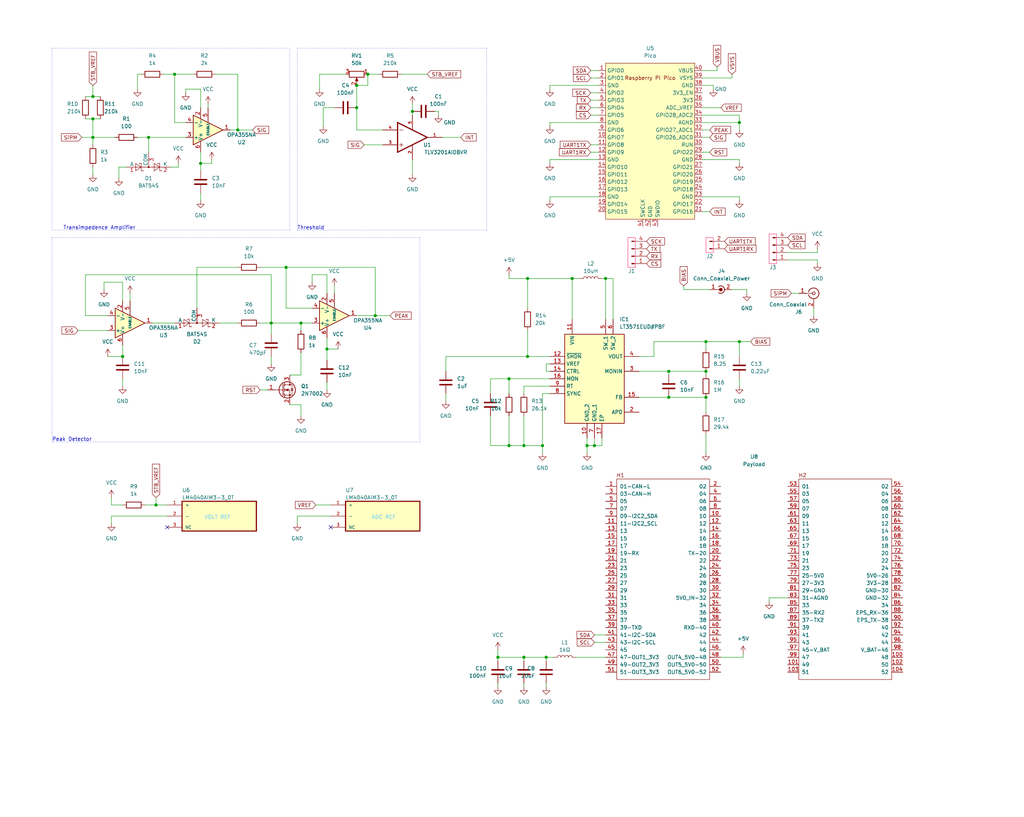
<source format=kicad_sch>
(kicad_sch (version 20230121) (generator eeschema)
  (paper "User" 350.012 279.4)
  (title_block (title "SiPM Readout") (date "2023-08-28") (rev "2.0"))
  (junction (at 252.73 41.91))
  (junction (at 207.01 95.25))
  (junction (at 128.27 107.95))
  (junction (at 68.58 55.88))
  (junction (at 92.71 110.49))
  (junction (at 203.2 152.4))
  (junction (at 53.34 172.72))
  (junction (at 241.3 127))
  (junction (at 185.42 152.4))
  (junction (at 173.99 152.4))
  (junction (at 41.91 121.92))
  (junction (at 241.3 116.84))
  (junction (at 195.58 95.25))
  (junction (at 50.8 46.99))
  (junction (at 102.87 110.49))
  (junction (at 31.75 46.99))
  (junction (at 200.66 152.4))
  (junction (at 180.34 95.25))
  (junction (at 228.6 127))
  (junction (at 31.75 33.02))
  (junction (at 173.99 129.54))
  (junction (at 179.07 152.4))
  (junction (at 252.73 116.84))
  (junction (at 228.6 135.89))
  (junction (at 59.69 25.4))
  (junction (at 186.69 224.79))
  (junction (at 121.92 36.83))
  (junction (at 140.97 38.1))
  (junction (at 97.79 91.44))
  (junction (at 180.34 121.92))
  (junction (at 81.28 44.45))
  (junction (at 111.76 119.38))
  (junction (at 179.07 224.79))
  (junction (at 125.73 25.4))
  (junction (at 31.75 40.64))
  (junction (at 170.18 224.79))
  (junction (at 241.3 135.89))
  (junction (at 121.92 29.21))
  (no_connect (at 57.15 180.34))
  (no_connect (at 113.03 180.34))
  (wire (pts (xy 31.75 46.99) (xy 31.75 49.53)))
  (wire (pts (xy 110.49 36.83) (xy 110.49 43.18)))
  (wire (pts (xy 240.03 26.67) (xy 250.19 26.67)))
  (wire (pts (xy 43.18 57.15) (xy 40.64 57.15)))
  (polyline (pts (xy 101.6 16.51) (xy 166.37 16.51)) (stroke (width 0) (type dot)))
  (wire (pts (xy 63.5 30.48) (xy 68.58 30.48)))
  (wire (pts (xy 186.69 224.79) (xy 179.07 224.79)))
  (wire (pts (xy 173.99 129.54) (xy 167.64 129.54)))
  (wire (pts (xy 29.21 93.98) (xy 92.71 93.98)))
  (wire (pts (xy 130.81 44.45) (xy 121.92 44.45)))
  (wire (pts (xy 149.86 39.37) (xy 149.86 38.1)))
  (wire (pts (xy 50.8 46.99) (xy 63.5 46.99)))
  (wire (pts (xy 29.21 107.95) (xy 29.21 93.98)))
  (wire (pts (xy 167.64 129.54) (xy 167.64 134.62)))
  (wire (pts (xy 241.3 135.89) (xy 228.6 135.89)))
  (wire (pts (xy 173.99 95.25) (xy 180.34 95.25)))
  (wire (pts (xy 203.2 152.4) (xy 205.74 152.4)))
  (wire (pts (xy 92.71 110.49) (xy 92.71 114.3)))
  (wire (pts (xy 218.44 121.92) (xy 223.52 121.92)))
  (wire (pts (xy 31.75 33.02) (xy 34.29 33.02)))
  (wire (pts (xy 124.46 49.53) (xy 130.81 49.53)))
  (wire (pts (xy 246.38 224.79) (xy 254 224.79)))
  (wire (pts (xy 31.75 40.64) (xy 31.75 46.99)))
  (wire (pts (xy 173.99 129.54) (xy 173.99 134.62)))
  (wire (pts (xy 207.01 95.25) (xy 209.55 95.25)))
  (wire (pts (xy 187.96 67.31) (xy 204.47 67.31)))
  (wire (pts (xy 185.42 134.62) (xy 185.42 152.4)))
  (polyline (pts (xy 166.37 78.74) (xy 101.6 78.74)) (stroke (width 0) (type dot)))
  (wire (pts (xy 99.06 128.27) (xy 102.87 128.27)))
  (wire (pts (xy 50.8 46.99) (xy 50.8 52.07)))
  (wire (pts (xy 201.93 34.29) (xy 204.47 34.29)))
  (wire (pts (xy 203.2 217.17) (xy 207.01 217.17)))
  (wire (pts (xy 128.27 107.95) (xy 133.35 107.95)))
  (wire (pts (xy 187.96 55.88) (xy 187.96 54.61)))
  (wire (pts (xy 252.73 116.84) (xy 252.73 121.92)))
  (wire (pts (xy 99.06 138.43) (xy 102.87 138.43)))
  (wire (pts (xy 106.68 93.98) (xy 111.76 93.98)))
  (wire (pts (xy 111.76 119.38) (xy 115.57 119.38)))
  (wire (pts (xy 73.66 25.4) (xy 81.28 25.4)))
  (wire (pts (xy 180.34 113.03) (xy 180.34 121.92)))
  (wire (pts (xy 137.16 25.4) (xy 146.05 25.4)))
  (wire (pts (xy 187.96 29.21) (xy 204.47 29.21)))
  (wire (pts (xy 270.51 100.33) (xy 273.05 100.33)))
  (wire (pts (xy 121.92 29.21) (xy 125.73 29.21)))
  (wire (pts (xy 29.21 33.02) (xy 31.75 33.02)))
  (wire (pts (xy 88.9 110.49) (xy 92.71 110.49)))
  (wire (pts (xy 218.44 127) (xy 228.6 127)))
  (wire (pts (xy 207.01 95.25) (xy 207.01 109.22)))
  (wire (pts (xy 41.91 129.54) (xy 41.91 132.08)))
  (wire (pts (xy 107.95 172.72) (xy 113.03 172.72)))
  (wire (pts (xy 205.74 152.4) (xy 205.74 149.86)))
  (wire (pts (xy 180.34 121.92) (xy 152.4 121.92)))
  (wire (pts (xy 140.97 38.1) (xy 140.97 39.37)))
  (wire (pts (xy 49.53 172.72) (xy 53.34 172.72)))
  (polyline (pts (xy 17.78 81.28) (xy 143.51 81.28)) (stroke (width 0) (type dot)))
  (wire (pts (xy 269.24 86.36) (xy 279.4 86.36)))
  (wire (pts (xy 186.69 124.46) (xy 187.96 124.46)))
  (wire (pts (xy 187.96 129.54) (xy 173.99 129.54)))
  (polyline (pts (xy 99.06 78.74) (xy 17.78 78.74)) (stroke (width 0) (type dot)))
  (wire (pts (xy 53.34 170.18) (xy 53.34 172.72)))
  (wire (pts (xy 88.9 133.35) (xy 91.44 133.35)))
  (wire (pts (xy 187.96 68.58) (xy 187.96 67.31)))
  (wire (pts (xy 179.07 224.79) (xy 179.07 226.06)))
  (wire (pts (xy 71.12 35.56) (xy 71.12 36.83)))
  (wire (pts (xy 81.28 91.44) (xy 67.31 91.44)))
  (wire (pts (xy 201.93 31.75) (xy 204.47 31.75)))
  (wire (pts (xy 187.96 121.92) (xy 180.34 121.92)))
  (wire (pts (xy 252.73 54.61) (xy 252.73 55.88)))
  (wire (pts (xy 81.28 44.45) (xy 86.36 44.45)))
  (wire (pts (xy 167.64 152.4) (xy 173.99 152.4)))
  (wire (pts (xy 92.71 121.92) (xy 92.71 124.46)))
  (wire (pts (xy 27.94 46.99) (xy 31.75 46.99)))
  (wire (pts (xy 218.44 135.89) (xy 228.6 135.89)))
  (wire (pts (xy 53.34 172.72) (xy 57.15 172.72)))
  (wire (pts (xy 31.75 29.21) (xy 31.75 33.02)))
  (wire (pts (xy 59.69 25.4) (xy 66.04 25.4)))
  (wire (pts (xy 167.64 142.24) (xy 167.64 152.4)))
  (wire (pts (xy 36.83 121.92) (xy 41.91 121.92)))
  (polyline (pts (xy 17.78 16.51) (xy 99.06 16.51)) (stroke (width 0) (type dot)))
  (wire (pts (xy 125.73 29.21) (xy 125.73 25.4)))
  (wire (pts (xy 252.73 41.91) (xy 252.73 44.45)))
  (wire (pts (xy 187.96 43.18) (xy 187.96 41.91)))
  (wire (pts (xy 38.1 179.07) (xy 38.1 176.53)))
  (wire (pts (xy 185.42 154.94) (xy 185.42 152.4)))
  (wire (pts (xy 200.66 154.94) (xy 200.66 152.4)))
  (wire (pts (xy 102.87 110.49) (xy 106.68 110.49)))
  (wire (pts (xy 180.34 95.25) (xy 195.58 95.25)))
  (wire (pts (xy 279.4 90.17) (xy 279.4 88.9)))
  (wire (pts (xy 240.03 39.37) (xy 252.73 39.37)))
  (wire (pts (xy 187.96 41.91) (xy 204.47 41.91)))
  (wire (pts (xy 102.87 120.65) (xy 102.87 128.27)))
  (polyline (pts (xy 101.6 16.51) (xy 101.6 78.74)) (stroke (width 0) (type dot)))
  (wire (pts (xy 63.5 41.91) (xy 59.69 41.91)))
  (wire (pts (xy 46.99 46.99) (xy 50.8 46.99)))
  (wire (pts (xy 245.11 24.13) (xy 240.03 24.13)))
  (wire (pts (xy 187.96 127) (xy 186.69 127)))
  (wire (pts (xy 262.89 204.47) (xy 262.89 205.74)))
  (wire (pts (xy 250.19 99.06) (xy 255.27 99.06)))
  (wire (pts (xy 109.22 25.4) (xy 118.11 25.4)))
  (wire (pts (xy 195.58 95.25) (xy 198.12 95.25)))
  (wire (pts (xy 68.58 30.48) (xy 68.58 36.83)))
  (wire (pts (xy 102.87 138.43) (xy 102.87 142.24)))
  (wire (pts (xy 114.3 97.79) (xy 114.3 100.33)))
  (wire (pts (xy 240.03 54.61) (xy 252.73 54.61)))
  (wire (pts (xy 26.67 113.03) (xy 36.83 113.03)))
  (wire (pts (xy 201.93 52.07) (xy 204.47 52.07)))
  (wire (pts (xy 201.93 39.37) (xy 204.47 39.37)))
  (wire (pts (xy 121.92 29.21) (xy 121.92 36.83)))
  (wire (pts (xy 59.69 41.91) (xy 59.69 25.4)))
  (wire (pts (xy 29.21 40.64) (xy 31.75 40.64)))
  (wire (pts (xy 252.73 67.31) (xy 252.73 68.58)))
  (wire (pts (xy 46.99 30.48) (xy 46.99 25.4)))
  (wire (pts (xy 233.68 97.79) (xy 233.68 99.06)))
  (wire (pts (xy 125.73 25.4) (xy 129.54 25.4)))
  (wire (pts (xy 41.91 118.11) (xy 41.91 121.92)))
  (wire (pts (xy 36.83 107.95) (xy 29.21 107.95)))
  (wire (pts (xy 151.13 46.99) (xy 157.48 46.99)))
  (wire (pts (xy 203.2 219.71) (xy 207.01 219.71)))
  (wire (pts (xy 52.07 110.49) (xy 59.69 110.49)))
  (wire (pts (xy 201.93 24.13) (xy 204.47 24.13)))
  (wire (pts (xy 179.07 132.08) (xy 179.07 134.62)))
  (wire (pts (xy 240.03 46.99) (xy 242.57 46.99)))
  (wire (pts (xy 106.68 96.52) (xy 106.68 93.98)))
  (wire (pts (xy 40.64 57.15) (xy 40.64 60.96)))
  (wire (pts (xy 241.3 148.59) (xy 241.3 154.94)))
  (wire (pts (xy 106.68 105.41) (xy 97.79 105.41)))
  (wire (pts (xy 38.1 170.18) (xy 38.1 172.72)))
  (wire (pts (xy 179.07 142.24) (xy 179.07 152.4)))
  (wire (pts (xy 245.11 22.86) (xy 245.11 24.13)))
  (wire (pts (xy 200.66 149.86) (xy 200.66 152.4)))
  (wire (pts (xy 55.88 25.4) (xy 59.69 25.4)))
  (wire (pts (xy 179.07 152.4) (xy 185.42 152.4)))
  (wire (pts (xy 240.03 36.83) (xy 246.38 36.83)))
  (wire (pts (xy 152.4 134.62) (xy 152.4 137.16)))
  (wire (pts (xy 252.73 129.54) (xy 252.73 132.08)))
  (wire (pts (xy 240.03 52.07) (xy 242.57 52.07)))
  (wire (pts (xy 223.52 116.84) (xy 241.3 116.84)))
  (wire (pts (xy 97.79 91.44) (xy 128.27 91.44)))
  (wire (pts (xy 35.56 99.06) (xy 35.56 96.52)))
  (wire (pts (xy 240.03 41.91) (xy 252.73 41.91)))
  (wire (pts (xy 31.75 40.64) (xy 34.29 40.64)))
  (wire (pts (xy 228.6 127) (xy 228.6 128.27)))
  (wire (pts (xy 170.18 222.25) (xy 170.18 224.79)))
  (wire (pts (xy 111.76 93.98) (xy 111.76 100.33)))
  (wire (pts (xy 240.03 72.39) (xy 242.57 72.39)))
  (wire (pts (xy 252.73 116.84) (xy 256.54 116.84)))
  (wire (pts (xy 58.42 57.15) (xy 60.96 57.15)))
  (wire (pts (xy 140.97 54.61) (xy 140.97 59.69)))
  (wire (pts (xy 241.3 116.84) (xy 252.73 116.84)))
  (wire (pts (xy 67.31 91.44) (xy 67.31 105.41)))
  (wire (pts (xy 242.57 99.06) (xy 233.68 99.06)))
  (wire (pts (xy 195.58 95.25) (xy 195.58 109.22)))
  (wire (pts (xy 187.96 54.61) (xy 204.47 54.61)))
  (wire (pts (xy 68.58 52.07) (xy 68.58 55.88)))
  (polyline (pts (xy 17.78 16.51) (xy 17.78 78.74)) (stroke (width 0) (type dot)))
  (wire (pts (xy 68.58 66.04) (xy 68.58 68.58)))
  (polyline (pts (xy 166.37 16.51) (xy 166.37 78.74)) (stroke (width 0) (type dot)))
  (wire (pts (xy 173.99 142.24) (xy 173.99 152.4)))
  (wire (pts (xy 228.6 127) (xy 241.3 127)))
  (wire (pts (xy 241.3 127) (xy 241.3 128.27)))
  (wire (pts (xy 187.96 132.08) (xy 179.07 132.08)))
  (wire (pts (xy 97.79 105.41) (xy 97.79 91.44)))
  (wire (pts (xy 109.22 25.4) (xy 109.22 30.48)))
  (wire (pts (xy 187.96 30.48) (xy 187.96 29.21)))
  (wire (pts (xy 68.58 55.88) (xy 72.39 55.88)))
  (wire (pts (xy 114.3 36.83) (xy 110.49 36.83)))
  (wire (pts (xy 35.56 96.52) (xy 41.91 96.52)))
  (wire (pts (xy 38.1 176.53) (xy 57.15 176.53)))
  (wire (pts (xy 121.92 107.95) (xy 128.27 107.95)))
  (wire (pts (xy 279.4 88.9) (xy 269.24 88.9)))
  (wire (pts (xy 111.76 130.81) (xy 111.76 133.35)))
  (wire (pts (xy 121.92 44.45) (xy 121.92 36.83)))
  (wire (pts (xy 97.79 91.44) (xy 88.9 91.44)))
  (wire (pts (xy 255.27 99.06) (xy 255.27 100.33)))
  (wire (pts (xy 254 223.52) (xy 254 224.79)))
  (wire (pts (xy 250.19 25.4) (xy 250.19 26.67)))
  (wire (pts (xy 207.01 224.79) (xy 196.85 224.79)))
  (wire (pts (xy 179.07 233.68) (xy 179.07 234.95)))
  (wire (pts (xy 203.2 149.86) (xy 203.2 152.4)))
  (wire (pts (xy 113.03 176.53) (xy 101.6 176.53)))
  (polyline (pts (xy 17.78 151.13) (xy 17.78 81.28)) (stroke (width 0) (type dot)))
  (wire (pts (xy 111.76 119.38) (xy 111.76 123.19)))
  (wire (pts (xy 179.07 224.79) (xy 170.18 224.79)))
  (wire (pts (xy 72.39 54.61) (xy 72.39 55.88)))
  (wire (pts (xy 269.24 204.47) (xy 262.89 204.47)))
  (wire (pts (xy 186.69 233.68) (xy 186.69 234.95)))
  (wire (pts (xy 31.75 57.15) (xy 31.75 59.69)))
  (wire (pts (xy 60.96 55.88) (xy 60.96 57.15)))
  (wire (pts (xy 173.99 93.98) (xy 173.99 95.25)))
  (wire (pts (xy 68.58 55.88) (xy 68.58 58.42)))
  (wire (pts (xy 209.55 95.25) (xy 209.55 109.22)))
  (wire (pts (xy 252.73 39.37) (xy 252.73 41.91)))
  (wire (pts (xy 187.96 134.62) (xy 185.42 134.62)))
  (wire (pts (xy 240.03 44.45) (xy 242.57 44.45)))
  (polyline (pts (xy 143.51 81.28) (xy 143.51 151.13)) (stroke (width 0) (type dot)))
  (wire (pts (xy 186.69 224.79) (xy 186.69 226.06)))
  (wire (pts (xy 92.71 110.49) (xy 102.87 110.49)))
  (polyline (pts (xy 99.06 16.51) (xy 99.06 78.74)) (stroke (width 0) (type dot)))
  (wire (pts (xy 102.87 110.49) (xy 102.87 113.03)))
  (wire (pts (xy 186.69 224.79) (xy 189.23 224.79)))
  (wire (pts (xy 173.99 152.4) (xy 179.07 152.4)))
  (wire (pts (xy 201.93 36.83) (xy 204.47 36.83)))
  (wire (pts (xy 180.34 105.41) (xy 180.34 95.25)))
  (wire (pts (xy 74.93 110.49) (xy 81.28 110.49)))
  (wire (pts (xy 152.4 121.92) (xy 152.4 127)))
  (wire (pts (xy 81.28 25.4) (xy 81.28 44.45)))
  (wire (pts (xy 78.74 44.45) (xy 81.28 44.45)))
  (wire (pts (xy 170.18 233.68) (xy 170.18 234.95)))
  (wire (pts (xy 46.99 25.4) (xy 48.26 25.4)))
  (wire (pts (xy 243.84 30.48) (xy 243.84 29.21)))
  (polyline (pts (xy 143.51 151.13) (xy 17.78 151.13)) (stroke (width 0) (type dot)))
  (wire (pts (xy 44.45 100.33) (xy 44.45 102.87)))
  (wire (pts (xy 201.93 49.53) (xy 204.47 49.53)))
  (wire (pts (xy 200.66 152.4) (xy 203.2 152.4)))
  (wire (pts (xy 111.76 115.57) (xy 111.76 119.38)))
  (wire (pts (xy 241.3 116.84) (xy 241.3 119.38)))
  (wire (pts (xy 63.5 31.75) (xy 63.5 30.48)))
  (wire (pts (xy 140.97 35.56) (xy 140.97 38.1)))
  (wire (pts (xy 149.86 38.1) (xy 148.59 38.1)))
  (wire (pts (xy 240.03 67.31) (xy 252.73 67.31)))
  (wire (pts (xy 278.13 105.41) (xy 278.13 107.95)))
  (wire (pts (xy 31.75 46.99) (xy 39.37 46.99)))
  (wire (pts (xy 241.3 135.89) (xy 241.3 140.97)))
  (wire (pts (xy 186.69 127) (xy 186.69 124.46)))
  (wire (pts (xy 279.4 85.09) (xy 279.4 86.36)))
  (wire (pts (xy 223.52 121.92) (xy 223.52 116.84)))
  (wire (pts (xy 205.74 95.25) (xy 207.01 95.25)))
  (wire (pts (xy 170.18 224.79) (xy 170.18 226.06)))
  (wire (pts (xy 243.84 29.21) (xy 240.03 29.21)))
  (wire (pts (xy 201.93 26.67) (xy 204.47 26.67)))
  (wire (pts (xy 38.1 172.72) (xy 41.91 172.72)))
  (wire (pts (xy 92.71 93.98) (xy 92.71 110.49)))
  (wire (pts (xy 101.6 176.53) (xy 101.6 179.07)))
  (wire (pts (xy 128.27 91.44) (xy 128.27 107.95)))
  (wire (pts (xy 41.91 96.52) (xy 41.91 102.87)))
  (rectangle (start 262.89 80.01) (end 265.43 90.17) (stroke (width 0) (color 249 38 114 1)))
  (rectangle (start 214.63 81.28) (end 217.17 91.44) (stroke (width 0) (color 249 38 114 1)))
  (rectangle (start 241.3 81.28) (end 243.84 86.36) (stroke (width 0) (color 249 38 114 1)))
  (text "Threshold" (at 101.6 78.74 0) (effects (font (size 1.27 1.27)) (justify left bottom)))
  (text "VOLT REF" (at 69.85 177.8 0) (effects (font (size 1.27 1.27)) (justify left bottom)))
  (text "Transimpedence Amplifier" (at 21.59 78.74 0) (effects (font (size 1.27 1.27)) (justify left bottom)))
  (text "Peak Detector" (at 17.78 151.13 0) (effects (font (size 1.27 1.27)) (justify left bottom)))
  (text "ADC REF" (at 127 177.8 0) (effects (font (size 1.27 1.27)) (justify left bottom)))
  (global_label "PEAK" (shape input) (at 133.35 107.95 0) (property "Intersheetrefs" "${INTERSHEET_REFS}" (effects hide)))
  (global_label "STB_VREF" (shape input) (at 31.75 29.21 90) (property "Intersheetrefs" "${INTERSHEET_REFS}" (effects hide)))
  (global_label "BIAS" (shape input) (at 233.68 97.79 90) (property "Intersheetrefs" "${INTERSHEET_REFS}" (effects hide)))
  (global_label "SDA" (shape input) (at 203.2 217.17 180) (property "Intersheetrefs" "${INTERSHEET_REFS}" (effects hide)))
  (global_label "INT" (shape input) (at 242.57 72.39 0) (property "Intersheetrefs" "${INTERSHEET_REFS}" (effects hide)))
  (global_label "RST" (shape input) (at 88.9 133.35 180) (property "Intersheetrefs" "${INTERSHEET_REFS}" (effects hide)))
  (global_label "STB_VREF" (shape input) (at 146.05 25.4 0) (property "Intersheetrefs" "${INTERSHEET_REFS}" (effects hide)))
  (global_label "STB_VREF" (shape input) (at 53.34 170.18 90) (property "Intersheetrefs" "${INTERSHEET_REFS}" (effects hide)))
  (global_label "BIAS" (shape input) (at 256.54 116.84 0) (property "Intersheetrefs" "${INTERSHEET_REFS}" (effects hide)))
  (global_label "SDA" (shape input) (at 201.93 24.13 180) (property "Intersheetrefs" "${INTERSHEET_REFS}" (effects hide)))
  (global_label "RX" (shape input) (at 220.98 87.63 0) (property "Intersheetrefs" "${INTERSHEET_REFS}" (effects hide)))
  (global_label "RX" (shape input) (at 201.93 36.83 180) (property "Intersheetrefs" "${INTERSHEET_REFS}" (effects hide)))
  (global_label "SCK" (shape input) (at 220.98 82.55 0) (property "Intersheetrefs" "${INTERSHEET_REFS}" (effects hide)))
  (global_label "CS" (shape input) (at 220.98 90.17 0) (property "Intersheetrefs" "${INTERSHEET_REFS}" (effects hide)))
  (global_label "SIG" (shape input) (at 86.36 44.45 0) (property "Intersheetrefs" "${INTERSHEET_REFS}" (effects hide)))
  (global_label "SIG" (shape input) (at 242.57 46.99 0) (property "Intersheetrefs" "${INTERSHEET_REFS}" (effects hide)))
  (global_label "SIG" (shape input) (at 26.67 113.03 180) (property "Intersheetrefs" "${INTERSHEET_REFS}" (effects hide)))
  (global_label "SCL" (shape input) (at 203.2 219.71 180) (property "Intersheetrefs" "${INTERSHEET_REFS}" (effects hide)))
  (global_label "INT" (shape input) (at 157.48 46.99 0) (property "Intersheetrefs" "${INTERSHEET_REFS}" (effects hide)))
  (global_label "UART1TX" (shape input) (at 201.93 49.53 180) (property "Intersheetrefs" "${INTERSHEET_REFS}" (effects hide)))
  (global_label "PEAK" (shape input) (at 242.57 44.45 0) (property "Intersheetrefs" "${INTERSHEET_REFS}" (effects hide)))
  (global_label "SCL" (shape input) (at 269.24 83.82 0) (property "Intersheetrefs" "${INTERSHEET_REFS}" (effects hide)))
  (global_label "VSYS" (shape input) (at 250.19 25.4 90) (property "Intersheetrefs" "${INTERSHEET_REFS}" (effects hide)))
  (global_label "SCK" (shape input) (at 201.93 31.75 180) (property "Intersheetrefs" "${INTERSHEET_REFS}" (effects hide)))
  (global_label "SIG" (shape input) (at 124.46 49.53 180) (property "Intersheetrefs" "${INTERSHEET_REFS}" (effects hide)))
  (global_label "VREF" (shape input) (at 107.95 172.72 180) (property "Intersheetrefs" "${INTERSHEET_REFS}" (effects hide)))
  (global_label "TX" (shape input) (at 201.93 34.29 180) (property "Intersheetrefs" "${INTERSHEET_REFS}" (effects hide)))
  (global_label "VBUS" (shape input) (at 245.11 22.86 90) (property "Intersheetrefs" "${INTERSHEET_REFS}" (effects hide)))
  (global_label "SiPM" (shape input) (at 270.51 100.33 180) (property "Intersheetrefs" "${INTERSHEET_REFS}" (effects hide)))
  (global_label "UART1RX" (shape input) (at 201.93 52.07 180) (property "Intersheetrefs" "${INTERSHEET_REFS}" (effects hide)))
  (global_label "SCL" (shape input) (at 201.93 26.67 180) (property "Intersheetrefs" "${INTERSHEET_REFS}" (effects hide)))
  (global_label "UART1TX" (shape input) (at 247.65 82.55 0) (property "Intersheetrefs" "${INTERSHEET_REFS}" (effects hide)))
  (global_label "CS" (shape input) (at 201.93 39.37 180) (property "Intersheetrefs" "${INTERSHEET_REFS}" (effects hide)))
  (global_label "RST" (shape input) (at 242.57 52.07 0) (property "Intersheetrefs" "${INTERSHEET_REFS}" (effects hide)))
  (global_label "TX" (shape input) (at 220.98 85.09 0) (property "Intersheetrefs" "${INTERSHEET_REFS}" (effects hide)))
  (global_label "SDA" (shape input) (at 269.24 81.28 0) (property "Intersheetrefs" "${INTERSHEET_REFS}" (effects hide)))
  (global_label "UART1RX" (shape input) (at 247.65 85.09 0) (property "Intersheetrefs" "${INTERSHEET_REFS}" (effects hide)))
  (global_label "VREF" (shape input) (at 246.38 36.83 0) (property "Intersheetrefs" "${INTERSHEET_REFS}" (effects hide)))
  (global_label "SiPM" (shape input) (at 27.94 46.99 180) (property "Intersheetrefs" "${INTERSHEET_REFS}" (effects hide)))
  (symbol (lib_id "power:GND") (at 278.13 107.95 0) (unit 1)
    (property "Reference" "#PWR044" (effects hide))
    (property "Value" "GND" (at 278.13 113.03 0))
  )
  (symbol (lib_id "Device:C") (at 228.6 132.08 0) (unit 1)
    (property "Reference" "C6" (at 232.41 130.81 0) (effects (justify left)))
    (property "Value" "10nF" (at 232.41 133.35 0) (effects (justify left)))
    (property "Footprint" "Capacitor_SMD:C_0603_1608Metric" (effects hide))
    (property "Datasheet" "https://www.mouser.co.uk/datasheet/2/212/1/KEM_C1090_X7R_ESD-1103328.pdf" (effects hide))
    (property "Description" "Multilayer Ceramic Capacitors MLCC - SMD/SMT 50V 0.01uF X7R 0603 10%" (effects hide))
    (property "Manufacturer" "KEMET" (effects hide))
    (property "Price" "£0.29" (effects hide))
    (property "Purchase-URL" "https://www.mouser.co.uk/ProductDetail/KEMET/C0603C103K5RECAUTO?qs=Mv7BduZupUgjkwsOJB2khg%3D%3D" (effects hide))
  )
  (symbol (lib_id "power:GND") (at 252.73 44.45 0) (unit 1)
    (property "Reference" "#PWR022" (effects hide))
    (property "Value" "GND" (at 252.73 49.53 0))
  )
  (symbol (lib_id "Device:C") (at 111.76 127 0) (unit 1)
    (property "Reference" "C12" (at 115.57 125.73 0) (effects (justify left)))
    (property "Value" "10nF" (at 115.57 128.27 0) (effects (justify left)))
    (property "Footprint" "Capacitor_SMD:C_0603_1608Metric" (effects hide))
    (property "Datasheet" "https://www.mouser.co.uk/datasheet/2/585/MLCC-1837944.pdf" (effects hide))
    (property "Description" "Multilayer Ceramic Capacitors MLCC - SMD/SMT 0.01uF+/-20% 6.3V X5R 0603" (effects hide))
    (property "Manufacturer" "Samsung Electro-Mechanics" (effects hide))
    (property "Price" "£0.077" (effects hide))
    (property "Purchase-URL" "https://www.mouser.co.uk/ProductDetail/TDK/CGA1A2X7R0J103M030BA?qs=2FIyTMJ0hNn8EVM9ROFaTw%3D%3D" (effects hide))
  )
  (symbol (lib_id "Device:R") (at 179.07 138.43 0) (unit 1)
    (property "Reference" "R13" (at 181.61 137.16 0) (effects (justify left)))
    (property "Value" "26.1k" (at 181.61 139.7 0) (effects (justify left)))
    (property "Footprint" "Resistor_SMD:R_0603_1608Metric" (effects hide))
    (property "Datasheet" "https://www.mouser.co.uk/datasheet/2/447/PYu_RT_1_to_0_01_RoHS_L_12-3003070.pdf" (effects hide))
    (property "Description" "Thin Film Resistors - SMD 1/10W 26.1K ohm 1%" (effects hide))
    (property "Manufacturer" "YAGEO" (effects hide))
    (property "Price" "£0.08" (effects hide))
    (property "Purchase-URL" "https://www.mouser.co.uk/ProductDetail/YAGEO/RT0603FRE0726K1L?qs=4CyHz7GXqSgHiVtS7RFACQ%3D%3D" (effects hide))
  )
  (symbol (lib_id "power:GND") (at 179.07 234.95 0) (mirror y) (unit 1)
    (property "Reference" "#PWR020" (effects hide))
    (property "Value" "GND" (at 179.07 240.03 0))
  )
  (symbol (lib_id "Device:C") (at 167.64 138.43 0) (unit 1)
    (property "Reference" "C5" (at 163.83 137.16 0) (effects (justify right)))
    (property "Value" "10nF" (at 163.83 139.7 0) (effects (justify right)))
    (property "Footprint" "Capacitor_SMD:C_0603_1608Metric" (effects hide))
    (property "Datasheet" "https://www.mouser.co.uk/datasheet/2/212/1/KEM_C1090_X7R_ESD-1103328.pdf" (effects hide))
    (property "Description" "Multilayer Ceramic Capacitors MLCC - SMD/SMT 50V 0.01uF X7R 0603 10%" (effects hide))
    (property "Manufacturer" "KEMET" (effects hide))
    (property "Price" "£0.29" (effects hide))
    (property "Purchase-URL" "https://www.mouser.co.uk/ProductDetail/KEMET/C0603C103K5RECAUTO?qs=Mv7BduZupUgjkwsOJB2khg%3D%3D" (effects hide))
  )
  (symbol (lib_id "power:VCC") (at 279.4 85.09 0) (unit 1)
    (property "Reference" "#PWR030" (effects hide))
    (property "Value" "VCC" (at 279.4 80.01 0))
  )
  (symbol (lib_id "Device:C") (at 92.71 118.11 0) (unit 1)
    (property "Reference" "C7" (at 85.09 118.11 0) (effects (justify left)))
    (property "Value" "470pF" (at 85.09 120.65 0) (effects (justify left)))
    (property "Footprint" "Capacitor_SMD:C_0603_1608Metric" (effects hide))
    (property "Datasheet" "https://www.mouser.co.uk/datasheet/2/315/ABD0000C173-947527.pdf" (effects hide))
    (property "Manufacturer" "Panasonic" (effects hide))
    (property "Description" "Film Capacitors 470pF 16VDC 5% PPS FILM 0603" (effects hide))
    (property "Price" "£0.83" (effects hide))
    (property "Purchase-URL" "https://www.mouser.co.uk/ProductDetail/Panasonic/ECH-U1C471JX5?qs=Qd8e%2FJEjYV4xw8U9N%2Fe%252Bnw%3D%3D" (effects hide))
  )
  (symbol (lib_id "Diode:BAT54S") (at 50.8 57.15 0) (mirror x) (unit 1)
    (property "Reference" "D1" (at 50.8 60.96 0))
    (property "Value" "BAT54S" (at 50.8 63.5 0))
    (property "Footprint" "Package_TO_SOT_SMD:SOT-23" (effects hide))
    (property "Datasheet" "https://www.mouser.co.uk/datasheet/2/916/BAT54S-3081480.pdf" (effects hide))
    (property "Description" "Schottky Diodes & Rectifiers BAT54S/SOT23/TO-236AB" (effects hide))
    (property "Manufacturer" "Nexperia" (effects hide))
    (property "Price" "£0.15" (effects hide))
    (property "Purchase-URL" "https://www.mouser.co.uk/ProductDetail/Nexperia/BAT54S215?qs=me8TqzrmIYVOaf3j7zH0Wg%3D%3D" (effects hide))
  )
  (symbol (lib_id "power:GND") (at 109.22 30.48 0) (unit 1)
    (property "Reference" "#PWR09" (effects hide))
    (property "Value" "GND" (at 109.22 35.56 0))
  )
  (symbol (lib_id "power:+5V") (at 254 223.52 0) (unit 1)
    (property "Reference" "#PWR031" (effects hide))
    (property "Value" "+5V" (at 254 218.44 0))
  )
  (symbol (lib_id "power:VCC") (at 72.39 54.61 0) (unit 1)
    (property "Reference" "#PWR036" (effects hide))
    (property "Value" "VCC" (at 72.39 49.53 0))
  )
  (symbol (lib_id "Device:R") (at 85.09 91.44 90) (unit 1)
    (property "Reference" "R7" (at 85.09 85.09 90))
    (property "Value" "10k" (at 85.09 87.63 90))
    (property "Footprint" "Resistor_SMD:R_0603_1608Metric" (effects hide))
    (property "Datasheet" "https://www.mouser.co.uk/datasheet/2/447/PYu_RV_51_RoHS_L_10-3003066.pdf" (effects hide))
    (property "Manufacturer" "YAGEO" (effects hide))
    (property "Description" "Thick Film Resistors - SMD 10 kOhms 100 mW 0603 1%" (effects hide))
    (property "Price" "£0.19" (effects hide))
    (property "Purchase-URL" "https://www.mouser.co.uk/ProductDetail/YAGEO/RV0603FR-0710KL?qs=TyBUSTk9pD%2FoW3y0EPTH2Q%3D%3D" (effects hide))
  )
  (symbol (lib_id "Device:R") (at 52.07 25.4 90) (unit 1)
    (property "Reference" "R4" (at 52.07 19.05 90))
    (property "Value" "1k" (at 52.07 21.59 90))
    (property "Footprint" "Resistor_SMD:R_0603_1608Metric" (effects hide))
    (property "Datasheet" "https://www.mouser.co.uk/datasheet/2/447/PYu_SR_D_F_tol_RoHS_L_4-1670154.pdf" (effects hide))
    (property "Manufacturer" "YAGEO" (effects hide))
    (property "Description" "Thick Film Resistors - SMD 1 kOhms 1/10 W 0603 1 %" (effects hide))
    (property "Price" "£1.30" (effects hide))
    (property "Purchase-URL" "https://www.mouser.co.uk/ProductDetail/YAGEO/SR0603FR-071KL?qs=fTsMJN6MUUvXsnrfxvowOw%3D%3D" (effects hide))
  )
  (symbol (lib_id "TLV3201AIDBVR:TLV3201AIDBVR") (at 140.97 46.99 0) (unit 1)
    (property "Reference" "U1" (at 146.05 49.53 0))
    (property "Value" "TLV3201AIDBVR" (at 152.4 52.07 0))
    (property "Footprint" "SOT95P280X145-5N" (effects hide))
    (property "Datasheet" "https://www.ti.com/general/docs/suppproductinfo.tsp?distId=26&gotoUrl=https://www.ti.com/lit/gpn/tlv3202" (effects hide))
    (property "Price" "£1.12" (effects hide))
    (property "Purchase-URL" "https://www.mouser.co.uk/ProductDetail/Texas-Instruments/TLV3201AIDBVR?qs=5771e39Rz9GGuYwPEKy7fA%3D%3D" (effects hide))
    (property "Description" "Analog Comparators 40ns,micro-Pwr,RRI Sgl Channel Comp" (effects hide))
    (property "Manufacturer" "Texas Instruments" (effects hide))
  )
  (symbol (lib_id "power:+5V") (at 173.99 93.98 0) (unit 1)
    (property "Reference" "#PWR06" (effects hide))
    (property "Value" "+5V" (at 173.99 88.9 0))
  )
  (symbol (lib_id "power:GND") (at 187.96 55.88 0) (unit 1)
    (property "Reference" "#PWR027" (effects hide))
    (property "Value" "GND" (at 187.96 60.96 0))
  )
  (symbol (lib_id "power:GND") (at 186.69 234.95 0) (mirror y) (unit 1)
    (property "Reference" "#PWR019" (effects hide))
    (property "Value" "GND" (at 186.69 240.03 0))
  )
  (symbol (lib_id "power:GND") (at 101.6 179.07 0) (unit 1)
    (property "Reference" "#PWR034" (effects hide))
    (property "Value" "GND" (at 101.6 184.15 0))
  )
  (symbol (lib_id "power:GND") (at 102.87 142.24 0) (unit 1)
    (property "Reference" "#PWR015" (effects hide))
    (property "Value" "GND" (at 102.87 147.32 0))
  )
  (symbol (lib_id "Device:R") (at 241.3 144.78 0) (unit 1)
    (property "Reference" "R17" (at 243.84 143.51 0) (effects (justify left)))
    (property "Value" "29.4k" (at 243.84 146.05 0) (effects (justify left)))
    (property "Footprint" "Resistor_SMD:R_0603_1608Metric" (effects hide))
    (property "Datasheet" "https://www.mouser.co.uk/datasheet/2/447/PYu_RT_1_to_0_01_RoHS_L_12-3003070.pdf" (effects hide))
    (property "Description" "Thin Film Resistors - SMD 1/10W 29.4K ohm 1%" (effects hide))
    (property "Manufacturer" "YAGEO" (effects hide))
    (property "Price" "£0.08" (effects hide))
    (property "Purchase-URL" "https://www.mouser.co.uk/ProductDetail/YAGEO/RT0603FRE0729K4L?qs=4CyHz7GXqSjVV68pkr6pOg%3D%3D" (effects hide))
  )
  (symbol (lib_id "power:GND") (at 31.75 59.69 0) (unit 1)
    (property "Reference" "#PWR04" (effects hide))
    (property "Value" "GND" (at 31.75 64.77 0))
  )
  (symbol (lib_id "power:VCC") (at 44.45 100.33 0) (unit 1)
    (property "Reference" "#PWR041" (effects hide))
    (property "Value" "VCC" (at 44.45 95.25 0))
  )
  (symbol (lib_id "Device:R") (at 173.99 138.43 0) (unit 1)
    (property "Reference" "R12" (at 171.45 137.16 0) (effects (justify right)))
    (property "Value" "10k" (at 171.45 139.7 0) (effects (justify right)))
    (property "Footprint" "Resistor_SMD:R_0603_1608Metric" (effects hide))
    (property "Datasheet" "https://www.mouser.co.uk/datasheet/2/447/PYu_RV_51_RoHS_L_10-3003066.pdf" (effects hide))
    (property "Description" "Thick Film Resistors - SMD 10 kOhms 100 mW 0603 1%" (effects hide))
    (property "Manufacturer" "YAGEO" (effects hide))
    (property "Price" "£0.19" (effects hide))
    (property "Purchase-URL" "https://www.mouser.co.uk/ProductDetail/YAGEO/RV0603FR-0710KL?qs=TyBUSTk9pD%2FoW3y0EPTH2Q%3D%3D" (effects hide))
  )
  (symbol (lib_id "Transistor_FET:2N7002") (at 96.52 133.35 0) (unit 1)
    (property "Reference" "Q1" (at 102.87 132.08 0) (effects (justify left)))
    (property "Value" "2N7002" (at 102.87 134.62 0) (effects (justify left)))
    (property "Footprint" "Package_TO_SOT_SMD:SOT-23" (effects hide))
    (property "Datasheet" "https://www.mouser.co.uk/datasheet/2/916/2N7002-1318672.pdf" (effects hide))
    (property "Manufacturer" "Nexperia" (effects hide))
    (property "Description" "MOSFET 2N7002/SOT23/TO-236AB" (effects hide))
    (property "Price" "£0.22" (effects hide))
    (property "Purchase-URL" "https://www.mouser.co.uk/ProductDetail/Nexperia/2N7002215?qs=P62ublwmbi9rRKKuNdhqMA%3D%3D" (effects hide))
  )
  (symbol (lib_id "Device:R") (at 180.34 109.22 0) (unit 1)
    (property "Reference" "R14" (at 182.88 107.95 0) (effects (justify left)))
    (property "Value" "20k" (at 182.88 110.49 0) (effects (justify left)))
    (property "Footprint" "Resistor_SMD:R_0603_1608Metric" (effects hide))
    (property "Datasheet" "https://www.mouser.co.uk/datasheet/2/447/PYu_RT_1_to_0_01_RoHS_L_12-3003070.pdf" (effects hide))
    (property "Description" "Thin Film Resistors - SMD 1/10W 20K ohm 1%" (effects hide))
    (property "Manufacturer" "YAGEO" (effects hide))
    (property "Price" "£0.08" (effects hide))
    (property "Purchase-URL" "https://www.mouser.co.uk/ProductDetail/YAGEO/RT0603FRE1320KL?qs=%2Ff7pOCXLR5emJBEpzUcY5w%3D%3D" (effects hide))
  )
  (symbol (lib_id "Device:C") (at 118.11 36.83 90) (unit 1)
    (property "Reference" "C4" (at 118.11 29.21 90))
    (property "Value" "100nF" (at 118.11 31.75 90))
    (property "Footprint" "Capacitor_SMD:C_0603_1608Metric" (effects hide))
    (property "Datasheet" "https://www.mouser.co.uk/datasheet/2/585/MLCC-1837944.pdf" (effects hide))
    (property "Manufacturer" "Samsung Electro-Mechanics" (effects hide))
    (property "Description" "Multilayer Ceramic Capacitors MLCC - SMD/SMT 100nF+/-10% 50V X7R 0603" (effects hide))
    (property "Price" "£0.12" (effects hide))
    (property "Purchase-URL" "https://www.mouser.co.uk/ProductDetail/Samsung-Electro-Mechanics/CL10B104KB8NNNC?qs=349EhDEZ59rvGc2rLwVOdA%3D%3D" (effects hide))
  )
  (symbol (lib_id "power:VCC") (at 170.18 222.25 0) (mirror y) (unit 1)
    (property "Reference" "#PWR018" (effects hide))
    (property "Value" "VCC" (at 170.18 217.17 0))
  )
  (symbol (lib_id "power:GND") (at 111.76 133.35 0) (unit 1)
    (property "Reference" "#PWR052" (effects hide))
    (property "Value" "GND" (at 111.76 138.43 0))
  )
  (symbol (lib_id "power:VCC") (at 60.96 55.88 0) (unit 1)
    (property "Reference" "#PWR051" (effects hide))
    (property "Value" "VCC" (at 60.96 50.8 0))
  )
  (symbol (lib_id "PC104:Payload") (at 257.81 196.85 0) (unit 1)
    (property "Reference" "U8" (at 257.7544 156.21 0))
    (property "Value" "Payload" (at 257.7544 158.75 0))
    (property "Footprint" "PC104:PC104-Standard" (effects hide))
  )
  (symbol (lib_id "Device:R_Potentiometer") (at 121.92 25.4 270) (unit 1)
    (property "Reference" "RV1" (at 121.92 19.05 90))
    (property "Value" "50k" (at 121.92 21.59 90))
    (property "Footprint" "Potentiometer_THT:Potentiometer_Bourns_3296X_Horizontal" (effects hide))
    (property "Datasheet" "https://www.mouser.co.uk/datasheet/2/54/3296-776415.pdf" (effects hide))
    (property "Manufacturer" "Bourns" (effects hide))
    (property "Description" "Trimmer Resistors - Through Hole 3/8\" 50Kohms Sealed Horizontal Adjust" (effects hide))
    (property "Price" "£3.42" (effects hide))
    (property "Purchase-URL" "https://www.mouser.co.uk/ProductDetail/Bourns/3296X-1-503?qs=6yLoizYthp7%2FpiDtWC1fnA%3D%3D" (effects hide))
  )
  (symbol (lib_id "power:GND") (at 140.97 59.69 0) (unit 1)
    (property "Reference" "#PWR07" (effects hide))
    (property "Value" "GND" (at 140.97 64.77 0))
  )
  (symbol (lib_id "power:GND") (at 149.86 39.37 0) (unit 1)
    (property "Reference" "#PWR012" (effects hide))
    (property "Value" "GND" (at 153.67 41.91 0))
  )
  (symbol (lib_id "Device:R") (at 133.35 25.4 90) (unit 1)
    (property "Reference" "R5" (at 133.35 19.05 90))
    (property "Value" "210k" (at 133.35 21.59 90))
    (property "Footprint" "Resistor_SMD:R_0603_1608Metric" (effects hide))
    (property "Datasheet" "https://www.vishay.com/docs/20008/dcrcw.pdf" (effects hide))
    (property "Manufacturer" "Vishay / Dale" (effects hide))
    (property "Description" "Thick Film Resistors - SMD 1/10watt 210Kohms 1%" (effects hide))
    (property "Price" "£0.12" (effects hide))
    (property "Purchase-URL" "https://www.mouser.co.uk/ProductDetail/Vishay-Dale/CRCW0603210KFKTA?qs=6H8%252B8OkdyJp1qCGFYw8KeA%3D%3D" (effects hide))
  )
  (symbol (lib_id "power:GND") (at 110.49 43.18 0) (unit 1)
    (property "Reference" "#PWR08" (effects hide))
    (property "Value" "GND" (at 110.49 48.26 0))
  )
  (symbol (lib_id "Device:R") (at 31.75 53.34 0) (unit 1)
    (property "Reference" "R3" (at 34.29 52.07 0) (effects (justify left)))
    (property "Value" "1k" (at 34.29 54.61 0) (effects (justify left)))
    (property "Footprint" "Resistor_SMD:R_0603_1608Metric" (effects hide))
    (property "Datasheet" "https://www.mouser.co.uk/datasheet/2/447/PYu_SR_D_F_tol_RoHS_L_4-1670154.pdf" (effects hide))
    (property "Manufacturer" "YAGEO" (effects hide))
    (property "Description" "Thick Film Resistors - SMD 1 kOhms 1/10 W 0603 1 %" (effects hide))
    (property "Price" "£1.30" (effects hide))
    (property "Purchase-URL" "https://www.mouser.co.uk/ProductDetail/YAGEO/SR0603FR-071KL?qs=fTsMJN6MUUvXsnrfxvowOw%3D%3D" (effects hide))
  )
  (symbol (lib_id "Device:L") (at 193.04 224.79 270) (mirror x) (unit 1)
    (property "Reference" "L1" (at 193.04 219.71 90))
    (property "Value" "1kΩ" (at 193.04 222.25 90))
    (property "Footprint" "Inductor_SMD:L_0603_1608Metric" (effects hide))
    (property "Datasheet" "https://www.mouser.co.uk/datasheet/2/281/ENFA0003-1915778.pdf" (effects hide))
    (property "Manufacturer" "Murata Electronics" (effects hide))
    (property "Description" "Ferrite Beads 1000 OHM" (effects hide))
    (property "Price" "£0.08" (effects hide))
    (property "Purchase-URL" "https://www.mouser.co.uk/ProductDetail/Murata-Electronics/BLM18KG102SN1D?qs=0lQeLiL1qyar86AJwfwIYw%3D%3D" (effects hide))
  )
  (symbol (lib_id "Connector:Conn_01x04_Pin") (at 215.9 87.63 0) (mirror x) (unit 1)
    (property "Reference" "J1" (at 215.9 92.71 0))
    (property "Value" "Conn_01x04_Pin" (effects hide))
    (property "Footprint" "Connector_PinHeader_2.54mm:PinHeader_1x04_P2.54mm_Vertical" (effects hide))
  )
  (symbol (lib_id "Device:R") (at 85.09 110.49 90) (unit 1)
    (property "Reference" "R6" (at 85.09 104.14 90))
    (property "Value" "100" (at 85.09 106.68 90))
    (property "Footprint" "Resistor_SMD:R_0603_1608Metric" (effects hide))
    (property "Datasheet" "https://www.mouser.co.uk/datasheet/2/414/TTRB_S_A0010064762_1-2565540.pdf" (effects hide))
    (property "Manufacturer" "Welwyn Components / TT Electronics" (effects hide))
    (property "Description" "Thick Film Resistors - SMD 1/10W 100 Ohm 1%" (effects hide))
    (property "Price" "£0.22" (effects hide))
    (property "Purchase-URL" "https://www.mouser.co.uk/ProductDetail/Welwyn-Components-TT-Electronics/GWCR0603-100RFT5?qs=EU6FO9ffTwfjZmFmVPMTEA%3D%3D" (effects hide))
  )
  (symbol (lib_id "power:GND") (at 279.4 90.17 0) (unit 1)
    (property "Reference" "#PWR029" (effects hide))
    (property "Value" "GND" (at 279.4 95.25 0))
  )
  (symbol (lib_id "power:VCC") (at 114.3 97.79 0) (unit 1)
    (property "Reference" "#PWR046" (effects hide))
    (property "Value" "VCC" (at 114.3 92.71 0))
  )
  (symbol (lib_id "Device:R") (at 102.87 116.84 0) (unit 1)
    (property "Reference" "R8" (at 105.41 115.57 0) (effects (justify left)))
    (property "Value" "1k" (at 105.41 118.11 0) (effects (justify left)))
    (property "Footprint" "Resistor_SMD:R_0603_1608Metric" (effects hide))
    (property "Datasheet" "https://www.mouser.co.uk/datasheet/2/447/PYu_SR_D_F_tol_RoHS_L_4-1670154.pdf" (effects hide))
    (property "Manufacturer" "YAGEO" (effects hide))
    (property "Description" "Thick Film Resistors - SMD 1 kOhms 1/10 W 0603 1 %" (effects hide))
    (property "Price" "£1.30" (effects hide))
    (property "Purchase-URL" "https://www.mouser.co.uk/ProductDetail/YAGEO/SR0603FR-071KL?qs=fTsMJN6MUUvXsnrfxvowOw%3D%3D" (effects hide))
  )
  (symbol (lib_id "power:GND") (at 92.71 124.46 0) (unit 1)
    (property "Reference" "#PWR013" (effects hide))
    (property "Value" "GND" (at 92.71 129.54 0))
  )
  (symbol (lib_id "Device:C") (at 186.69 229.87 0) (mirror y) (unit 1)
    (property "Reference" "C8" (at 182.88 228.6 0) (effects (justify left)))
    (property "Value" "10uF" (at 182.88 231.14 0) (effects (justify left)))
    (property "Footprint" "Capacitor_SMD:C_0603_1608Metric" (effects hide))
    (property "Datasheet" "https://www.mouser.co.uk/datasheet/2/585/MLCC-1837944.pdf" (effects hide))
    (property "Manufacturer" "Samsung Electro-Mechanics" (effects hide))
    (property "Description" "Multilayer Ceramic Capacitors MLCC - SMD/SMT 10uF+/-20% 6.3V X5R 0603" (effects hide))
    (property "Price" "£0.35" (effects hide))
    (property "Purchase-URL" "https://www.mouser.co.uk/ProductDetail/Samsung-Electro-Mechanics/CL10A106MQ8NNNC?qs=349EhDEZ59qlB6a%2FjjeGAg%3D%3D" (effects hide))
  )
  (symbol (lib_id "Diode:BAT54S") (at 67.31 110.49 0) (mirror x) (unit 1)
    (property "Reference" "D2" (at 67.31 116.84 0))
    (property "Value" "BAT54S" (at 67.31 114.3 0))
    (property "Footprint" "Package_TO_SOT_SMD:SOT-23" (effects hide))
    (property "Datasheet" "https://www.mouser.co.uk/datasheet/2/916/BAT54S-3081480.pdf" (effects hide))
    (property "Manufacturer" "Nexperia" (effects hide))
    (property "Description" "Schottky Diodes & Rectifiers BAT54S/SOT23/TO-236AB" (effects hide))
    (property "Price" "£0.15" (effects hide))
    (property "Purchase-URL" "https://www.mouser.co.uk/ProductDetail/Nexperia/BAT54S215?qs=me8TqzrmIYVOaf3j7zH0Wg%3D%3D" (effects hide))
  )
  (symbol (lib_id "Amplifier_Operational:OPA355NA") (at 44.45 110.49 0) (mirror x) (unit 1)
    (property "Reference" "U3" (at 55.88 114.6809 0))
    (property "Value" "OPA355NA" (at 55.88 112.1409 0))
    (property "Footprint" "Package_TO_SOT_SMD:SOT-23-6" (effects hide))
    (property "Datasheet" "https://www.ti.com/general/docs/suppproductinfo.tsp?distId=26&gotoUrl=https://www.ti.com/lit/gpn/opa2355" (effects hide))
    (property "Manufacturer" "Texas Instruments" (effects hide))
    (property "Description" "High Speed Operational Amplifiers 2.5V 200MHz GBW" (effects hide))
    (property "Price" "£5.25" (effects hide))
    (property "Purchase-URL" "https://www.mouser.co.uk/ProductDetail/Texas-Instruments/OPA355NA-250?qs=7nS3%252BbEUL6vwccfBmcKo4Q%3D%3D" (effects hide))
  )
  (symbol (lib_id "Device:C") (at 170.18 229.87 0) (mirror y) (unit 1)
    (property "Reference" "C10" (at 166.37 228.6 0) (effects (justify left)))
    (property "Value" "100nF" (at 166.37 231.14 0) (effects (justify left)))
    (property "Footprint" "Capacitor_SMD:C_0603_1608Metric" (effects hide))
    (property "Datasheet" "https://www.mouser.co.uk/datasheet/2/585/MLCC-1837944.pdf" (effects hide))
    (property "Manufacturer" "Samsung Electro-Mechanics" (effects hide))
    (property "Description" "Multilayer Ceramic Capacitors MLCC - SMD/SMT 100nF+/-10% 50V X7R 0603" (effects hide))
    (property "Price" "£0.12" (effects hide))
    (property "Purchase-URL" "https://www.mouser.co.uk/ProductDetail/Samsung-Electro-Mechanics/CL10B104KB8NNNC?qs=349EhDEZ59rvGc2rLwVOdA%3D%3D" (effects hide))
  )
  (symbol (lib_id "power:VCC") (at 36.83 121.92 0) (unit 1)
    (property "Reference" "#PWR042" (effects hide))
    (property "Value" "VCC" (at 36.83 116.84 0))
  )
  (symbol (lib_id "Device:R") (at 241.3 132.08 0) (unit 1)
    (property "Reference" "R16" (at 243.84 130.81 0) (effects (justify left)))
    (property "Value" "1M" (at 243.84 133.35 0) (effects (justify left)))
    (property "Footprint" "Resistor_SMD:R_0603_1608Metric" (effects hide))
    (property "Datasheet" "https://www.mouser.co.uk/datasheet/2/447/PYu_RT_1_to_0_01_RoHS_L_12-3003070.pdf" (effects hide))
    (property "Description" "Thin Film Resistors - SMD 1M ohm 1%" (effects hide))
    (property "Manufacturer" "YAGEO" (effects hide))
    (property "Price" "£0.09" (effects hide))
    (property "Purchase-URL" "https://www.mouser.co.uk/ProductDetail/YAGEO/RT0603FRD071ML?qs=TyBUSTk9pD%252Bwn0iyfLuUUw%3D%3D" (effects hide))
  )
  (symbol (lib_id "power:VCC") (at 71.12 35.56 0) (unit 1)
    (property "Reference" "#PWR035" (effects hide))
    (property "Value" "VCC" (at 71.12 30.48 0))
  )
  (symbol (lib_id "power:GND") (at 255.27 100.33 0) (unit 1)
    (property "Reference" "#PWR043" (effects hide))
    (property "Value" "GND" (at 255.27 105.41 0))
  )
  (symbol (lib_id "power:GND") (at 262.89 205.74 0) (unit 1)
    (property "Reference" "#PWR050" (effects hide))
    (property "Value" "GND" (at 262.89 210.82 0))
  )
  (symbol (lib_id "Device:R") (at 241.3 123.19 0) (unit 1)
    (property "Reference" "R15" (at 243.84 121.92 0) (effects (justify left)))
    (property "Value" "8.25" (at 243.84 124.46 0) (effects (justify left)))
    (property "Footprint" "Resistor_SMD:R_0603_1608Metric" (effects hide))
    (property "Datasheet" "https://www.mouser.co.uk/datasheet/2/447/PYu_RC_Group_51_RoHS_L_11-1984063.pdf" (effects hide))
    (property "Description" "Thick Film Resistors - SMD 8.25Ohms 1/10W 0603 1%" (effects hide))
    (property "Manufacturer" "YAGEO" (effects hide))
    (property "Price" "£0.08" (effects hide))
    (property "Purchase-URL" "https://www.mouser.co.uk/ProductDetail/YAGEO/RC0603FR-078R25L?qs=EiqXWrxQq62TZ7XplLV63Q%3D%3D" (effects hide))
  )
  (symbol (lib_id "Device:C") (at 179.07 229.87 0) (mirror y) (unit 1)
    (property "Reference" "C9" (at 175.26 228.6 0) (effects (justify left)))
    (property "Value" "10uF" (at 175.26 231.14 0) (effects (justify left)))
    (property "Footprint" "Capacitor_SMD:C_0603_1608Metric" (effects hide))
    (property "Datasheet" "https://www.mouser.co.uk/datasheet/2/585/MLCC-1837944.pdf" (effects hide))
    (property "Manufacturer" "Samsung Electro-Mechanics" (effects hide))
    (property "Description" "Multilayer Ceramic Capacitors MLCC - SMD/SMT 10uF+/-20% 6.3V X5R 0603" (effects hide))
    (property "Price" "£0.35" (effects hide))
    (property "Purchase-URL" "https://www.mouser.co.uk/ProductDetail/Samsung-Electro-Mechanics/CL10A106MQ8NNNC?qs=349EhDEZ59qlB6a%2FjjeGAg%3D%3D" (effects hide))
  )
  (symbol (lib_id "Device:R") (at 43.18 46.99 90) (unit 1)
    (property "Reference" "R1" (at 43.18 40.64 90))
    (property "Value" "100" (at 43.18 43.18 90))
    (property "Footprint" "Resistor_SMD:R_0603_1608Metric" (effects hide))
    (property "Datasheet" "https://www.mouser.co.uk/datasheet/2/414/TTRB_S_A0010064762_1-2565540.pdf" (effects hide))
    (property "Manufacturer" "Welwyn Components / TT Electronics" (effects hide))
    (property "Description" "Thick Film Resistors - SMD 1/10W 100 Ohm 1%" (effects hide))
    (property "Price" "£0.22" (effects hide))
    (property "Purchase-URL" "https://www.mouser.co.uk/ProductDetail/Welwyn-Components-TT-Electronics/GWCR0603-100RFT5?qs=EU6FO9ffTwfjZmFmVPMTEA%3D%3D" (effects hide))
  )
  (symbol (lib_id "power:GND") (at 152.4 137.16 0) (unit 1)
    (property "Reference" "#PWR01" (effects hide))
    (property "Value" "GND" (at 152.4 142.24 0))
  )
  (symbol (lib_id "power:GND") (at 200.66 154.94 0) (unit 1)
    (property "Reference" "#PWR016" (effects hide))
    (property "Value" "GND" (at 200.66 160.02 0))
  )
  (symbol (lib_id "power:VCC") (at 38.1 170.18 0) (unit 1)
    (property "Reference" "#PWR032" (effects hide))
    (property "Value" "VCC" (at 38.1 165.1 0))
  )
  (symbol (lib_id "Connector:Conn_Coaxial_Power") (at 245.11 99.06 90) (unit 1)
    (property "Reference" "J4" (at 246.634 92.71 90))
    (property "Value" "Conn_Coaxial_Power" (at 246.634 95.25 90))
    (property "Footprint" "Connector_Coaxial:SMA_Amphenol_132134-14_Vertical" (effects hide))
    (property "Datasheet" "https://www.mouser.co.uk/datasheet/2/18/1/amphs06465_1-2259696.pdf" (effects hide))
    (property "Description" "Coaxial Connectors SMA" (effects hide))
    (property "Manufacturer" "Amphenol RF" (effects hide))
    (property "Price" "£4.74" (effects hide))
    (property "Purchase-URL" "https://www.mouser.co.uk/ProductDetail/Amphenol-RF/132134?qs=b8dDPpdgesvQEpS4IQp3aA%3D%3D&gclid=Cj0KCQjwi7GnBhDXARIsAFLvH4lBATUHEJ-A1lI_CtzIbZj8f2kCHCU9sMC5ht-itRUGHtAeb_x3OF8aAmPBEALw_wcB" (effects hide))
  )
  (symbol (lib_id "LM4040AIM3-3_0T:LM4040AIM3-3_0T") (at 74.93 176.53 0) (unit 1)
    (property "Reference" "U6" (at 62.23 167.64 0) (effects (justify left)))
    (property "Value" "LM4040AIM3-3_0T" (at 62.23 170.18 0) (effects (justify left)))
    (property "Footprint" "SOT95P237X112-3N" (effects hide))
    (property "Datasheet" "https://www.mouser.co.uk/datasheet/2/609/LM4040-3123239.pdf" (effects hide))
    (property "Manufacturer" "Maxim Integrated" (effects hide))
    (property "Description" "Voltage References" (effects hide))
    (property "Price" "£4.20" (effects hide))
    (property "Purchase-URL" "https://www.mouser.co.uk/ProductDetail/Analog-Devices-Maxim-Integrated/LM4040AIM3-3.0%2bT?qs=GxOUx7aO6nwPVxQkEMnXjg%3D%3D" (effects hide))
  )
  (symbol (lib_id "Device:R") (at 45.72 172.72 90) (unit 1)
    (property "Reference" "R9" (at 45.72 166.37 90))
    (property "Value" "1k" (at 45.72 168.91 90))
    (property "Footprint" "Resistor_SMD:R_0603_1608Metric" (effects hide))
    (property "Datasheet" "https://www.mouser.co.uk/datasheet/2/447/PYu_SR_D_F_tol_RoHS_L_4-1670154.pdf" (effects hide))
    (property "Manufacturer" "YAGEO" (effects hide))
    (property "Description" "Thick Film Resistors - SMD 1 kOhms 1/10 W 0603 1 %" (effects hide))
    (property "Price" "£1.30" (effects hide))
    (property "Purchase-URL" "https://www.mouser.co.uk/ProductDetail/YAGEO/SR0603FR-071KL?qs=fTsMJN6MUUvXsnrfxvowOw%3D%3D" (effects hide))
  )
  (symbol (lib_id "LT3571EUD#PBF:LT3571EUD#PBF") (at 187.96 124.46 0) (unit 1)
    (property "Reference" "IC1" (at 211.7441 109.22 0) (effects (justify left)))
    (property "Value" "LT3571EUD#PBF" (at 211.7441 111.76 0) (effects (justify left)))
    (property "Footprint" "LT3571EUD#PBF:QFN50P300X300X80-17N-D" (effects hide))
    (property "Datasheet" "https://www.mouser.co.uk/datasheet/2/609/3571fa-3123648.pdf" (effects hide))
    (property "Description" "Switching Voltage Regulators 75V DC/DC Conv for APD Bias" (effects hide))
    (property "Manufacturer" "Analog Devices" (effects hide))
    (property "Price" "£5.24" (effects hide))
    (property "Purchase-URL" "https://www.mouser.co.uk/ProductDetail/Analog-Devices/LT3571EUDPBF?qs=hVkxg5c3xu%252BjqOZAPM95yg%3D%3D" (effects hide))
  )
  (symbol (lib_id "power:GND") (at 68.58 68.58 0) (unit 1)
    (property "Reference" "#PWR02" (effects hide))
    (property "Value" "GND" (at 68.58 73.66 0))
  )
  (symbol (lib_id "Amplifier_Operational:OPA355NA") (at 114.3 107.95 0) (mirror x) (unit 1)
    (property "Reference" "U4" (at 125.73 112.1409 0))
    (property "Value" "OPA355NA" (at 125.73 109.6009 0))
    (property "Footprint" "Package_TO_SOT_SMD:SOT-23-6" (effects hide))
    (property "Datasheet" "https://www.ti.com/general/docs/suppproductinfo.tsp?distId=26&gotoUrl=https://www.ti.com/lit/gpn/opa2355" (effects hide))
    (property "Manufacturer" "Texas Instruments" (effects hide))
    (property "Description" "High Speed Operational Amplifiers 2.5V 200MHz GBW" (effects hide))
    (property "Price" "£5.25" (effects hide))
    (property "Purchase-URL" "https://www.mouser.co.uk/ProductDetail/Texas-Instruments/OPA355NA-250?qs=7nS3%252BbEUL6vwccfBmcKo4Q%3D%3D" (effects hide))
  )
  (symbol (lib_id "power:GND") (at 243.84 30.48 0) (unit 1)
    (property "Reference" "#PWR017" (effects hide))
    (property "Value" "GND" (at 246.38 30.48 0))
  )
  (symbol (lib_id "MCU_RaspberryPi_and_Boards:Pico") (at 222.25 48.26 0) (unit 1)
    (property "Reference" "U5" (at 222.25 16.51 0))
    (property "Value" "Pico" (at 222.25 19.05 0))
    (property "Footprint" "MCU_RaspberryPi_and_Boards:RPi_Pico_SMD_TH" (effects hide))
    (property "Datasheet" "https://www.mouser.co.uk/datasheet/2/635/pico_datasheet-3048936.pdf" (effects hide))
    (property "Manufacturer" "Raspberry Pi" (effects hide))
    (property "Description" "Single Board Computers Raspberry Pi Pico" (effects hide))
  )
  (symbol (lib_id "Device:C") (at 144.78 38.1 90) (unit 1)
    (property "Reference" "C1" (at 149.86 33.02 90))
    (property "Value" "100nF" (at 149.86 35.56 90))
    (property "Footprint" "Capacitor_SMD:C_0603_1608Metric" (effects hide))
    (property "Datasheet" "https://www.mouser.co.uk/datasheet/2/585/MLCC-1837944.pdf" (effects hide))
    (property "Manufacturer" "Samsung Electro-Mechanics" (effects hide))
    (property "Description" "Multilayer Ceramic Capacitors MLCC - SMD/SMT 100nF+/-10% 50V X7R 0603" (effects hide))
    (property "Price" "£0.12" (effects hide))
    (property "Purchase-URL" "https://www.mouser.co.uk/ProductDetail/Samsung-Electro-Mechanics/CL10B104KB8NNNC?qs=349EhDEZ59rvGc2rLwVOdA%3D%3D" (effects hide))
  )
  (symbol (lib_id "power:GND") (at 252.73 55.88 0) (unit 1)
    (property "Reference" "#PWR023" (effects hide))
    (property "Value" "GND" (at 252.73 60.96 0))
  )
  (symbol (lib_id "Connector:Conn_01x04_Pin") (at 264.16 86.36 0) (mirror x) (unit 1)
    (property "Reference" "J3" (at 264.16 91.44 0))
    (property "Value" "Conn_01x04_Pin" (effects hide))
    (property "Footprint" "Connector_PinHeader_2.54mm:PinHeader_1x04_P2.54mm_Vertical" (effects hide))
  )
  (symbol (lib_id "power:GND") (at 187.96 30.48 0) (unit 1)
    (property "Reference" "#PWR026" (effects hide))
    (property "Value" "GND" (at 187.96 35.56 0))
  )
  (symbol (lib_id "power:GND") (at 40.64 60.96 0) (unit 1)
    (property "Reference" "#PWR049" (effects hide))
    (property "Value" "GND" (at 40.64 66.04 0))
  )
  (symbol (lib_id "power:VCC") (at 115.57 119.38 0) (unit 1)
    (property "Reference" "#PWR045" (effects hide))
    (property "Value" "VCC" (at 115.57 114.3 0))
  )
  (symbol (lib_id "power:GND") (at 252.73 68.58 0) (unit 1)
    (property "Reference" "#PWR024" (effects hide))
    (property "Value" "GND" (at 252.73 73.66 0))
  )
  (symbol (lib_id "Device:C") (at 152.4 130.81 0) (unit 1)
    (property "Reference" "C2" (at 156.21 129.54 0) (effects (justify left)))
    (property "Value" "1uF" (at 156.21 132.08 0) (effects (justify left)))
    (property "Footprint" "Capacitor_SMD:C_0603_1608Metric" (effects hide))
    (property "Datasheet" "https://www.mouser.co.uk/datasheet/2/212/KEM_C1002_X7R_SMD-1102033.pdf" (effects hide))
    (property "Description" "Multilayer Ceramic Capacitors MLCC - SMD/SMT 10V 1uF X7R 0603 10%" (effects hide))
    (property "Manufacturer" "KEMET" (effects hide))
    (property "Price" "£0.08" (effects hide))
    (property "Purchase-URL" "https://www.mouser.co.uk/ProductDetail/KEMET/C0603C105K8RACTU?qs=yid3r3QGO6wdi%2Fi%252BghSogA%3D%3D" (effects hide))
  )
  (symbol (lib_id "Device:C") (at 68.58 62.23 0) (unit 1)
    (property "Reference" "C3" (at 72.39 60.96 0) (effects (justify left)))
    (property "Value" "10nF" (at 72.39 63.5 0) (effects (justify left)))
    (property "Footprint" "Capacitor_SMD:C_0603_1608Metric" (effects hide))
    (property "Datasheet" "https://www.mouser.co.uk/datasheet/2/585/MLCC-1837944.pdf" (effects hide))
    (property "Manufacturer" "Samsung Electro-Mechanics" (effects hide))
    (property "Description" "Multilayer Ceramic Capacitors MLCC - SMD/SMT 0.01uF+/-20% 6.3V X5R 0603" (effects hide))
    (property "Price" "£0.077" (effects hide))
    (property "Purchase-URL" "https://www.mouser.co.uk/ProductDetail/TDK/CGA1A2X7R0J103M030BA?qs=2FIyTMJ0hNn8EVM9ROFaTw%3D%3D" (effects hide))
  )
  (symbol (lib_id "LM4040AIM3-3_0T:LM4040AIM3-3_0T") (at 130.81 176.53 0) (unit 1)
    (property "Reference" "U7" (at 118.11 167.64 0) (effects (justify left)))
    (property "Value" "LM4040AIM3-3_0T" (at 118.11 170.18 0) (effects (justify left)))
    (property "Footprint" "SOT95P237X112-3N" (effects hide))
    (property "Datasheet" "https://www.mouser.co.uk/datasheet/2/609/LM4040-3123239.pdf" (effects hide))
    (property "Description" "Voltage References" (effects hide))
    (property "Manufacturer" "Maxim Integrated" (effects hide))
    (property "Price" "£4.20" (effects hide))
    (property "Purchase-URL" "https://www.mouser.co.uk/ProductDetail/Analog-Devices-Maxim-Integrated/LM4040AIM3-3.0%2bT?qs=GxOUx7aO6nwPVxQkEMnXjg%3D%3D" (effects hide))
  )
  (symbol (lib_id "power:GND") (at 38.1 179.07 0) (unit 1)
    (property "Reference" "#PWR033" (effects hide))
    (property "Value" "GND" (at 38.1 184.15 0))
  )
  (symbol (lib_id "power:GND") (at 185.42 154.94 0) (unit 1)
    (property "Reference" "#PWR011" (effects hide))
    (property "Value" "GND" (at 185.42 160.02 0))
  )
  (symbol (lib_id "power:GND") (at 63.5 31.75 0) (unit 1)
    (property "Reference" "#PWR03" (effects hide))
    (property "Value" "GND" (at 63.5 36.83 0))
  )
  (symbol (lib_id "power:GND") (at 41.91 132.08 0) (unit 1)
    (property "Reference" "#PWR038" (effects hide))
    (property "Value" "GND" (at 41.91 137.16 0))
  )
  (symbol (lib_id "power:GND") (at 46.99 30.48 0) (unit 1)
    (property "Reference" "#PWR05" (effects hide))
    (property "Value" "GND" (at 46.99 35.56 0))
  )
  (symbol (lib_id "power:GND") (at 187.96 68.58 0) (unit 1)
    (property "Reference" "#PWR028" (effects hide))
    (property "Value" "GND" (at 187.96 73.66 0))
  )
  (symbol (lib_id "Device:R") (at 34.29 36.83 0) (unit 1)
    (property "Reference" "R11" (at 35.56 35.56 0) (effects (justify left)))
    (property "Value" "210k" (at 35.56 38.1 0) (effects (justify left)))
    (property "Footprint" "Resistor_SMD:R_0603_1608Metric" (effects hide))
    (property "Datasheet" "https://www.vishay.com/docs/20008/dcrcw.pdf" (effects hide))
    (property "Description" "Thick Film Resistors - SMD 1/10watt 210Kohms 1%" (effects hide))
    (property "Manufacturer" "Vishay / Dale" (effects hide))
    (property "Price" "£0.12" (effects hide))
    (property "Purchase-URL" "https://www.mouser.co.uk/ProductDetail/Vishay-Dale/CRCW0603210KFKTA?qs=6H8%252B8OkdyJp1qCGFYw8KeA%3D%3D" (effects hide))
  )
  (symbol (lib_id "Device:C") (at 41.91 125.73 0) (unit 1)
    (property "Reference" "C11" (at 45.72 124.46 0) (effects (justify left)))
    (property "Value" "10nF" (at 45.72 127 0) (effects (justify left)))
    (property "Footprint" "Capacitor_SMD:C_0603_1608Metric" (effects hide))
    (property "Datasheet" "https://www.mouser.co.uk/datasheet/2/585/MLCC-1837944.pdf" (effects hide))
    (property "Description" "Multilayer Ceramic Capacitors MLCC - SMD/SMT 0.01uF+/-20% 6.3V X5R 0603" (effects hide))
    (property "Manufacturer" "Samsung Electro-Mechanics" (effects hide))
    (property "Price" "£0.077" (effects hide))
    (property "Purchase-URL" "https://www.mouser.co.uk/ProductDetail/TDK/CGA1A2X7R0J103M030BA?qs=2FIyTMJ0hNn8EVM9ROFaTw%3D%3D" (effects hide))
  )
  (symbol (lib_id "power:VCC") (at 140.97 35.56 0) (unit 1)
    (property "Reference" "#PWR040" (effects hide))
    (property "Value" "VCC" (at 140.97 30.48 0))
  )
  (symbol (lib_id "power:GND") (at 252.73 132.08 0) (unit 1)
    (property "Reference" "#PWR039" (effects hide))
    (property "Value" "GND" (at 252.73 137.16 0))
  )
  (symbol (lib_id "power:GND") (at 106.68 96.52 0) (unit 1)
    (property "Reference" "#PWR014" (effects hide))
    (property "Value" "GND" (at 106.68 101.6 0))
  )
  (symbol (lib_id "power:GND") (at 170.18 234.95 0) (mirror y) (unit 1)
    (property "Reference" "#PWR021" (effects hide))
    (property "Value" "GND" (at 170.18 240.03 0))
  )
  (symbol (lib_id "power:GND") (at 187.96 43.18 0) (unit 1)
    (property "Reference" "#PWR025" (effects hide))
    (property "Value" "GND" (at 187.96 48.26 0))
  )
  (symbol (lib_id "Amplifier_Operational:OPA355NA") (at 71.12 44.45 0) (mirror x) (unit 1)
    (property "Reference" "U2" (at 82.55 48.6409 0))
    (property "Value" "OPA355NA" (at 82.55 46.1009 0))
    (property "Footprint" "Package_TO_SOT_SMD:SOT-23-6" (effects hide))
    (property "Datasheet" "https://www.ti.com/general/docs/suppproductinfo.tsp?distId=26&gotoUrl=https://www.ti.com/lit/gpn/opa2355" (effects hide))
    (property "Manufacturer" "Texas Instruments" (effects hide))
    (property "Description" "High Speed Operational Amplifiers 2.5V 200MHz GBW" (effects hide))
    (property "Price" "£5.25" (effects hide))
    (property "Purchase-URL" "https://www.mouser.co.uk/ProductDetail/Texas-Instruments/OPA355NA-250?qs=7nS3%252BbEUL6vwccfBmcKo4Q%3D%3D" (effects hide))
  )
  (symbol (lib_id "Device:L") (at 201.93 95.25 90) (unit 1)
    (property "Reference" "L2" (at 201.93 90.17 90))
    (property "Value" "10uH" (at 201.93 92.71 90))
    (property "Footprint" "Inductor_SMD:L_Bourns_SRP7028A_7.3x6.6mm" (effects hide))
    (property "Datasheet" "https://www.mouser.co.uk/datasheet/2/40/LMLPD-3165140.pdf" (effects hide))
    (property "Description" "Power Inductors - SMD 10uH DCR= 101mOhm 20%" (effects hide))
    (property "Manufacturer" "KYOCERA AVX" (effects hide))
    (property "Price" "£0.73" (effects hide))
    (property "Purchase-URL" "https://www.mouser.co.uk/ProductDetail/KYOCERA-AVX/LMLP07B7M100DTAS?qs=sGAEpiMZZMv126LJFLh8y99l%2FVg4Y6G9yY4Y2AfW2Ko%3D" (effects hide))
  )
  (symbol (lib_id "Device:C") (at 252.73 125.73 0) (unit 1)
    (property "Reference" "C13" (at 256.54 124.46 0) (effects (justify left)))
    (property "Value" "0.22uF" (at 256.54 127 0) (effects (justify left)))
    (property "Footprint" "Capacitor_SMD:C_0603_1608Metric" (effects hide))
    (property "Datasheet" "https://www.mouser.co.uk/datasheet/2/281/1/GRJ188R71H224KE11_02A-3155314.pdf" (effects hide))
    (property "Description" "Multilayer Ceramic Capacitors MLCC - SMD/SMT 0.22 uF 50 VDC 10% 0603 X7R" (effects hide))
    (property "Manufacturer" "Murata Electronics" (effects hide))
    (property "Price" "£0.19" (effects hide))
    (property "Purchase-URL" "https://www.mouser.co.uk/ProductDetail/Murata-Electronics/GRJ188R71H224KE11D?qs=Mkt%2FZhxPIiR3ihZul5PzYQ%3D%3D" (effects hide))
  )
  (symbol (lib_id "Connector:Conn_Coaxial") (at 278.13 100.33 0) (unit 1)
    (property "Reference" "J6" (at 271.78 106.68 0) (effects (justify left)))
    (property "Value" "Conn_Coaxial" (at 262.89 104.14 0) (effects (justify left)))
    (property "Footprint" "Connector_Coaxial:SMA_Amphenol_132134-14_Vertical" (effects hide))
    (property "Datasheet" "https://www.mouser.co.uk/datasheet/2/18/1/amphs06465_1-2259696.pdf" (effects hide))
    (property "Description" "Coaxial Connectors SMA" (effects hide))
    (property "Manufacturer" "Amphenol RF" (effects hide))
    (property "Price" "£4.74" (effects hide))
    (property "Purchase-URL" "https://www.mouser.co.uk/ProductDetail/Amphenol-RF/132134?qs=b8dDPpdgesvQEpS4IQp3aA%3D%3D&gclid=Cj0KCQjwi7GnBhDXARIsAFLvH4lBATUHEJ-A1lI_CtzIbZj8f2kCHCU9sMC5ht-itRUGHtAeb_x3OF8aAmPBEALw_wcB" (effects hide))
  )
  (symbol (lib_id "Device:R") (at 29.21 36.83 0) (unit 1)
    (property "Reference" "R10" (at 22.86 35.56 0) (effects (justify left)))
    (property "Value" "210k" (at 22.86 38.1 0) (effects (justify left)))
    (property "Footprint" "Resistor_SMD:R_0603_1608Metric" (effects hide))
    (property "Datasheet" "https://www.vishay.com/docs/20008/dcrcw.pdf" (effects hide))
    (property "Description" "Thick Film Resistors - SMD 1/10watt 210Kohms 1%" (effects hide))
    (property "Manufacturer" "Vishay / Dale" (effects hide))
    (property "Price" "£0.12" (effects hide))
    (property "Purchase-URL" "https://www.mouser.co.uk/ProductDetail/Vishay-Dale/CRCW0603210KFKTA?qs=6H8%252B8OkdyJp1qCGFYw8KeA%3D%3D" (effects hide))
  )
  (symbol (lib_id "power:GND") (at 35.56 99.06 0) (unit 1)
    (property "Reference" "#PWR010" (effects hide))
    (property "Value" "GND" (at 35.56 104.14 0))
  )
  (symbol (lib_id "Device:R") (at 69.85 25.4 90) (unit 1)
    (property "Reference" "R2" (at 69.85 19.05 90))
    (property "Value" "2k" (at 69.85 21.59 90))
    (property "Footprint" "Resistor_SMD:R_0603_1608Metric" (effects hide))
    (property "Datasheet" "https://www.mouser.co.uk/datasheet/2/54/cr-1858361.pdf" (effects hide))
    (property "Manufacturer" "Bourns" (effects hide))
    (property "Description" "Thick Film Resistors - SMD 2K ohm" (effects hide))
    (property "Price" "£0.08" (effects hide))
    (property "Purchase-URL" "https://www.mouser.co.uk/ProductDetail/Bourns/CR0603-JW-202ELF?qs=QNvGIbmBFedJvqrSZNeMIw%3D%3D" (effects hide))
  )
  (symbol (lib_id "power:GND") (at 241.3 154.94 0) (unit 1)
    (property "Reference" "#PWR037" (effects hide))
    (property "Value" "GND" (at 241.3 160.02 0))
  )
  (symbol (lib_id "Connector:Conn_01x02_Pin") (at 242.57 85.09 0) (mirror x) (unit 1)
    (property "Reference" "J2" (at 242.57 87.63 0))
    (property "Value" "Conn_01x02_Pin" (effects hide))
    (property "Footprint" "Connector_PinHeader_2.54mm:PinHeader_1x02_P2.54mm_Vertical" (effects hide))
  )
)
</source>
